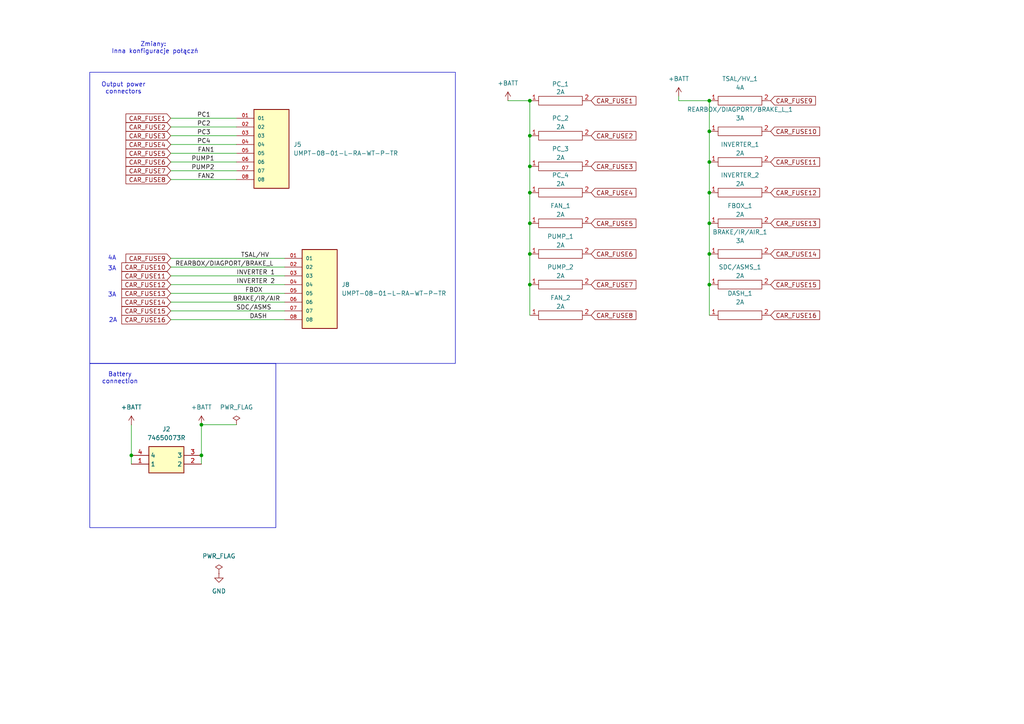
<source format=kicad_sch>
(kicad_sch (version 20250114) (generator "eeschema") (generator_version "9.0")
  (paper "A4")
  (title_block (rev "${REVISION}") (company "Author:") (comment 1 "Reviewer:"))
  (lib_symbols
    (symbol "+BATT_1" (power) (pin_numbers (hide yes)) (pin_names (offset 0) (hide yes))
      (property "Value" "+BATT" (at 0 3.556 0))
      (symbol "+BATT_1_0_1"
        (polyline (pts (xy -0.762 1.27) (xy 0 2.54)))
        (polyline (pts (xy 0 2.54) (xy 0.762 1.27)))
        (polyline (pts (xy 0 0) (xy 0 2.54)))
      )
      (symbol "+BATT_1_1_1"
        (pin power_in line (at 0 0 90) (length 0) (name "~") (number "1"))
      )
    )
    (symbol "Redcube_conn:74650073R"
      (property "Reference" "J" (at 16.51 7.62 0))
      (property "Value" "74650073R" (at 16.51 5.08 0))
      (symbol "74650073R_1_1"
        (rectangle (start 5.08 2.54) (end 15.24 -5.08) (stroke (width 0.254)) (fill (type background)))
        (pin passive line (at 0 0 0) (length 5.08) (name "4") (number "4"))
        (pin passive line (at 0 -2.54 0) (length 5.08) (name "1") (number "1"))
        (pin passive line (at 20.32 0 180) (length 5.08) (name "3") (number "3"))
        (pin passive line (at 20.32 -2.54 180) (length 5.08) (name "2") (number "2"))
      )
    )
    (symbol "UMPT-08-01-L-RA-WT-P-TR:UMPT-08-01-L-RA-WT-P-TR" (pin_names (offset 1.016))
      (property "Reference" "J" (at -5.58 12.7 0))
      (property "Value" "UMPT-08-01-L-RA-WT-P-TR" (at -5.08 -12.7 0))
      (symbol "UMPT-08-01-L-RA-WT-P-TR_0_0"
        (rectangle (start -5.08 -10.16) (end 5.08 12.7) (stroke (width 0.254)) (fill (type background)))
        (pin passive line (at -10.16 10.16 0) (length 5.08) (name "01") (number "01"))
        (pin passive line (at -10.16 7.62 0) (length 5.08) (name "02") (number "02"))
        (pin passive line (at -10.16 5.08 0) (length 5.08) (name "03") (number "03"))
        (pin passive line (at -10.16 2.54 0) (length 5.08) (name "04") (number "04"))
        (pin passive line (at -10.16 0 0) (length 5.08) (name "05") (number "05"))
        (pin passive line (at -10.16 -2.54 0) (length 5.08) (name "06") (number "06"))
        (pin passive line (at -10.16 -5.08 0) (length 5.08) (name "07") (number "07"))
        (pin passive line (at -10.16 -7.62 0) (length 5.08) (name "08") (number "08"))
      )
    )
    (symbol "dorabiane_na_oko:CAR_FUSE_CLIP_MINI_3544"
      (property "Reference" "CAR_FUSE" (at 0 1.27 0))
      (symbol "CAR_FUSE_CLIP_MINI_3544_1_1"
        (rectangle (start -6.35 2.54) (end 6.35 0))
        (pin passive line (at -8.89 1.27 0) (length 2.54) (name "") (number "2"))
        (pin passive line (at 8.89 1.27 180) (length 2.54) (name "") (number "1"))
      )
    )
    (symbol "power:+BATT" (power) (pin_names (offset 0))
      (property "Value" "+BATT" (at 0 3.556 0))
      (symbol "+BATT_0_1"
        (polyline (pts (xy -0.762 1.27) (xy 0 2.54)))
        (polyline (pts (xy 0 2.54) (xy 0.762 1.27)))
        (polyline (pts (xy 0 0) (xy 0 2.54)))
      )
      (symbol "+BATT_1_1"
        (pin power_in line (at 0 0 90) (length 0) (hide yes) (name "+BATT") (number "1"))
      )
    )
    (symbol "power:GND" (power) (pin_numbers (hide yes)) (pin_names (offset 0) (hide yes))
      (property "Value" "GND" (at 0 -3.81 0))
      (symbol "GND_0_1"
        (polyline (pts (xy 0 0) (xy 0 -1.27) (xy 1.27 -1.27) (xy 0 -2.54) (xy -1.27 -1.27) (xy 0 -1.27)))
      )
      (symbol "GND_1_1"
        (pin power_in line (at 0 0 270) (length 0) (name "~") (number "1"))
      )
    )
    (symbol "power:PWR_FLAG" (power) (pin_numbers (hide yes)) (pin_names (offset 0) (hide yes))
      (property "Value" "PWR_FLAG" (at 0 3.81 0))
      (symbol "PWR_FLAG_0_0"
        (pin power_out line (at 0 0 90) (length 0) (name "~") (number "1"))
      )
      (symbol "PWR_FLAG_0_1"
        (polyline (pts (xy 0 0) (xy 0 1.27) (xy -1.016 1.905) (xy 0 2.54) (xy 1.016 1.905) (xy 0 1.27)))
      )
    )
  )
  (rectangle (start 26.035 105.41) (end 80.01 153.035))
  (rectangle (start 26.035 20.955) (end 132.08 105.41))
  (text "Output power\nconnectors" (at 35.814 25.654 0) (effects (font (size 1.27 1.27))))
  (text "Zmiany: \nInna konfiguracje połączń" (at 44.958 13.97 0) (effects (font (size 1.27 1.27))))
  (text "3A" (at 32.512 85.598 0) (effects (font (size 1.27 1.27))))
  (text "3A\n" (at 32.512 77.978 0) (effects (font (size 1.27 1.27))))
  (text "Battery\nconnection" (at 34.798 109.728 0) (effects (font (size 1.27 1.27))))
  (text "4A" (at 32.512 74.93 0) (effects (font (size 1.27 1.27))))
  (text "2A" (at 32.766 92.964 0) (effects (font (size 1.27 1.27))))
  (junction (at 153.67 48.26))
  (junction (at 205.74 29.21))
  (junction (at 38.1 132.08))
  (junction (at 153.67 64.77))
  (junction (at 153.67 39.37))
  (junction (at 58.42 132.08))
  (junction (at 153.67 73.66))
  (junction (at 153.67 82.55))
  (junction (at 58.42 123.19))
  (junction (at 153.67 29.21))
  (junction (at 153.67 55.88))
  (junction (at 205.74 38.1))
  (junction (at 205.74 64.77))
  (junction (at 205.74 46.99))
  (junction (at 205.74 82.55))
  (junction (at 205.74 73.66))
  (junction (at 205.74 55.88))
  (wire (pts (xy 68.58 52.07) (xy 49.53 52.07)))
  (wire (pts (xy 205.74 46.99) (xy 205.74 55.88)))
  (wire (pts (xy 68.58 49.53) (xy 49.53 49.53)))
  (wire (pts (xy 49.53 80.01) (xy 82.55 80.01)))
  (wire (pts (xy 58.42 132.08) (xy 58.42 134.62)))
  (wire (pts (xy 205.74 73.66) (xy 205.74 82.55)))
  (wire (pts (xy 153.67 64.77) (xy 153.67 73.66)))
  (wire (pts (xy 205.74 64.77) (xy 205.74 73.66)))
  (wire (pts (xy 153.67 55.88) (xy 153.67 64.77)))
  (wire (pts (xy 153.67 39.37) (xy 153.67 48.26)))
  (wire (pts (xy 82.55 85.09) (xy 49.53 85.09)))
  (wire (pts (xy 38.1 132.08) (xy 38.1 134.62)))
  (wire (pts (xy 49.53 34.29) (xy 68.58 34.29)))
  (wire (pts (xy 68.58 46.99) (xy 49.53 46.99)))
  (wire (pts (xy 153.67 73.66) (xy 153.67 82.55)))
  (wire (pts (xy 196.85 29.21) (xy 205.74 29.21)))
  (wire (pts (xy 205.74 38.1) (xy 205.74 46.99)))
  (wire (pts (xy 205.74 55.88) (xy 205.74 64.77)))
  (wire (pts (xy 49.53 77.47) (xy 82.55 77.47)))
  (wire (pts (xy 49.53 82.55) (xy 82.55 82.55)))
  (wire (pts (xy 82.55 87.63) (xy 49.53 87.63)))
  (wire (pts (xy 196.85 27.94) (xy 196.85 29.21)))
  (wire (pts (xy 58.42 123.19) (xy 58.42 132.08)))
  (wire (pts (xy 153.67 29.21) (xy 153.67 39.37)))
  (wire (pts (xy 68.58 44.45) (xy 49.53 44.45)))
  (wire (pts (xy 82.55 90.17) (xy 49.53 90.17)))
  (wire (pts (xy 153.67 82.55) (xy 153.67 91.44)))
  (wire (pts (xy 49.53 36.83) (xy 68.58 36.83)))
  (wire (pts (xy 205.74 82.55) (xy 205.74 91.44)))
  (wire (pts (xy 82.55 92.71) (xy 49.53 92.71)))
  (wire (pts (xy 49.53 74.93) (xy 82.55 74.93)))
  (wire (pts (xy 38.1 123.19) (xy 38.1 132.08)))
  (wire (pts (xy 205.74 29.21) (xy 205.74 38.1)))
  (wire (pts (xy 49.53 39.37) (xy 68.58 39.37)))
  (wire (pts (xy 58.42 123.19) (xy 68.58 123.19)))
  (wire (pts (xy 49.53 41.91) (xy 68.58 41.91)))
  (wire (pts (xy 147.32 29.21) (xy 153.67 29.21)))
  (wire (pts (xy 153.67 48.26) (xy 153.67 55.88)))
  (label "INVERTER 1" (at 68.58 80.01 0))
  (label "BRAKE{slash}IR{slash}AIR" (at 81.28 87.63 180))
  (label "FAN2" (at 62.23 52.07 180))
  (label "INVERTER 2" (at 68.58 82.55 0))
  (label "PC2" (at 57.15 36.83 0))
  (label "FAN1" (at 62.23 44.45 180))
  (label "PUMP1" (at 62.23 46.99 180))
  (label "FBOX" (at 76.2 85.09 180))
  (label "REARBOX{slash}DIAGPORT{slash}BRAKE_L" (at 50.8 77.47 0))
  (label "PC1" (at 57.15 34.29 0))
  (label "PUMP2" (at 62.23 49.53 180))
  (label "PC3" (at 57.15 39.37 0))
  (label "DASH" (at 77.47 92.71 180))
  (label "TSAL{slash}HV" (at 69.85 74.93 0))
  (label "SDC{slash}ASMS" (at 78.74 90.17 180))
  (label "PC4" (at 57.15 41.91 0))
  (global_label "CAR_FUSE14" (shape input) (at 223.52 73.66 0) (property "Intersheetrefs" "${INTERSHEET_REFS}" (effects (hide yes))))
  (global_label "CAR_FUSE12" (shape input) (at 49.53 82.55 180) (property "Intersheetrefs" "${INTERSHEET_REFS}" (effects (hide yes))))
  (global_label "CAR_FUSE11" (shape input) (at 49.53 80.01 180) (property "Intersheetrefs" "${INTERSHEET_REFS}" (effects (hide yes))))
  (global_label "CAR_FUSE9" (shape input) (at 49.53 74.93 180) (property "Intersheetrefs" "${INTERSHEET_REFS}" (effects (hide yes))))
  (global_label "CAR_FUSE5" (shape input) (at 171.45 64.77 0) (property "Intersheetrefs" "${INTERSHEET_REFS}" (effects (hide yes))))
  (global_label "CAR_FUSE2" (shape input) (at 171.45 39.37 0) (property "Intersheetrefs" "${INTERSHEET_REFS}" (effects (hide yes))))
  (global_label "CAR_FUSE1" (shape input) (at 171.45 29.21 0) (property "Intersheetrefs" "${INTERSHEET_REFS}" (effects (hide yes))))
  (global_label "CAR_FUSE4" (shape input) (at 49.53 41.91 180) (property "Intersheetrefs" "${INTERSHEET_REFS}" (effects (hide yes))))
  (global_label "CAR_FUSE15" (shape input) (at 223.52 82.55 0) (property "Intersheetrefs" "${INTERSHEET_REFS}" (effects (hide yes))))
  (global_label "CAR_FUSE3" (shape input) (at 49.53 39.37 180) (property "Intersheetrefs" "${INTERSHEET_REFS}" (effects (hide yes))))
  (global_label "CAR_FUSE16" (shape input) (at 49.53 92.71 180) (property "Intersheetrefs" "${INTERSHEET_REFS}" (effects (hide yes))))
  (global_label "CAR_FUSE15" (shape input) (at 49.53 90.17 180) (property "Intersheetrefs" "${INTERSHEET_REFS}" (effects (hide yes))))
  (global_label "CAR_FUSE8" (shape input) (at 49.53 52.07 180) (property "Intersheetrefs" "${INTERSHEET_REFS}" (effects (hide yes))))
  (global_label "CAR_FUSE8" (shape input) (at 171.45 91.44 0) (property "Intersheetrefs" "${INTERSHEET_REFS}" (effects (hide yes))))
  (global_label "CAR_FUSE11" (shape input) (at 223.52 46.99 0) (property "Intersheetrefs" "${INTERSHEET_REFS}" (effects (hide yes))))
  (global_label "CAR_FUSE5" (shape input) (at 49.53 44.45 180) (property "Intersheetrefs" "${INTERSHEET_REFS}" (effects (hide yes))))
  (global_label "CAR_FUSE10" (shape input) (at 49.53 77.47 180) (property "Intersheetrefs" "${INTERSHEET_REFS}" (effects (hide yes))))
  (global_label "CAR_FUSE3" (shape input) (at 171.45 48.26 0) (property "Intersheetrefs" "${INTERSHEET_REFS}" (effects (hide yes))))
  (global_label "CAR_FUSE14" (shape input) (at 49.53 87.63 180) (property "Intersheetrefs" "${INTERSHEET_REFS}" (effects (hide yes))))
  (global_label "CAR_FUSE13" (shape input) (at 49.53 85.09 180) (property "Intersheetrefs" "${INTERSHEET_REFS}" (effects (hide yes))))
  (global_label "CAR_FUSE16" (shape input) (at 223.52 91.44 0) (property "Intersheetrefs" "${INTERSHEET_REFS}" (effects (hide yes))))
  (global_label "CAR_FUSE2" (shape input) (at 49.53 36.83 180) (property "Intersheetrefs" "${INTERSHEET_REFS}" (effects (hide yes))))
  (global_label "CAR_FUSE6" (shape input) (at 49.53 46.99 180) (property "Intersheetrefs" "${INTERSHEET_REFS}" (effects (hide yes))))
  (global_label "CAR_FUSE7" (shape input) (at 49.53 49.53 180) (property "Intersheetrefs" "${INTERSHEET_REFS}" (effects (hide yes))))
  (global_label "CAR_FUSE12" (shape input) (at 223.52 55.88 0) (property "Intersheetrefs" "${INTERSHEET_REFS}" (effects (hide yes))))
  (global_label "CAR_FUSE10" (shape input) (at 223.52 38.1 0) (property "Intersheetrefs" "${INTERSHEET_REFS}" (effects (hide yes))))
  (global_label "CAR_FUSE1" (shape input) (at 49.53 34.29 180) (property "Intersheetrefs" "${INTERSHEET_REFS}" (effects (hide yes))))
  (global_label "CAR_FUSE13" (shape input) (at 223.52 64.77 0) (property "Intersheetrefs" "${INTERSHEET_REFS}" (effects (hide yes))))
  (global_label "CAR_FUSE4" (shape input) (at 171.45 55.88 0) (property "Intersheetrefs" "${INTERSHEET_REFS}" (effects (hide yes))))
  (global_label "CAR_FUSE9" (shape input) (at 223.52 29.21 0) (property "Intersheetrefs" "${INTERSHEET_REFS}" (effects (hide yes))))
  (global_label "CAR_FUSE6" (shape input) (at 171.45 73.66 0) (property "Intersheetrefs" "${INTERSHEET_REFS}" (effects (hide yes))))
  (global_label "CAR_FUSE7" (shape input) (at 171.45 82.55 0) (property "Intersheetrefs" "${INTERSHEET_REFS}" (effects (hide yes))))
  (symbol (lib_id "dorabiane_na_oko:CAR_FUSE_CLIP_MINI_3544") (at 214.63 27.94 180) (unit 1)
    (property "Reference" "TSAL/HV_1" (at 214.63 22.86 0))
    (property "Value" "4A" (at 214.63 25.4 0))
    (property "Footprint" "Dorabiane_na_oko:CAR_FUSE_CLIPS_MINI_3544" (effects (hide yes)))
    (property "Datasheet" "https://www.mouser.pl/datasheet/2/215/3544-742041.pdf" (effects (hide yes)))
  )
  (symbol (lib_id "dorabiane_na_oko:CAR_FUSE_CLIP_MINI_3544") (at 162.56 63.5 180) (unit 1)
    (property "Reference" "FAN_1" (at 162.56 59.69 0))
    (property "Value" "2A" (at 162.56 62.23 0))
    (property "Footprint" "Dorabiane_na_oko:CAR_FUSE_CLIPS_MINI_3544" (effects (hide yes)))
    (property "Datasheet" "https://www.mouser.pl/datasheet/2/215/3544-742041.pdf" (effects (hide yes)))
  )
  (symbol (lib_id "dorabiane_na_oko:CAR_FUSE_CLIP_MINI_3544") (at 162.56 46.99 180) (unit 1)
    (property "Reference" "PC_3" (at 162.56 43.18 0))
    (property "Value" "2A" (at 162.56 45.72 0))
    (property "Footprint" "Dorabiane_na_oko:CAR_FUSE_CLIPS_MINI_3544" (effects (hide yes)))
    (property "Datasheet" "https://www.mouser.pl/datasheet/2/215/3544-742041.pdf" (effects (hide yes)))
  )
  (symbol (lib_id "dorabiane_na_oko:CAR_FUSE_CLIP_MINI_3544") (at 214.63 54.61 180) (unit 1)
    (property "Reference" "INVERTER_2" (at 214.63 50.8 0))
    (property "Value" "2A" (at 214.63 53.34 0))
    (property "Footprint" "Dorabiane_na_oko:CAR_FUSE_CLIPS_MINI_3544" (effects (hide yes)))
    (property "Datasheet" "https://www.mouser.pl/datasheet/2/215/3544-742041.pdf" (effects (hide yes)))
  )
  (symbol (lib_id "power:+BATT") (at 147.32 29.21 0) (unit 1)
    (property "Reference" "#PWR020" (effects (hide yes)))
    (property "Value" "+BATT" (at 147.32 24.13 0))
  )
  (symbol (lib_id "power:GND") (at 63.5 166.37 0) (unit 1)
    (property "Reference" "#PWR019" (effects (hide yes)))
    (property "Value" "GND" (at 63.5 171.45 0))
    (property "Description" "Power symbol creates a global label with name \"GND\" , ground" (effects (hide yes)))
  )
  (symbol (lib_id "dorabiane_na_oko:CAR_FUSE_CLIP_MINI_3544") (at 162.56 81.28 180) (unit 1)
    (property "Reference" "PUMP_2" (at 162.56 77.47 0))
    (property "Value" "2A" (at 162.56 80.01 0))
    (property "Footprint" "Dorabiane_na_oko:CAR_FUSE_CLIPS_MINI_3544" (effects (hide yes)))
    (property "Datasheet" "https://www.mouser.pl/datasheet/2/215/3544-742041.pdf" (effects (hide yes)))
  )
  (symbol (lib_id "dorabiane_na_oko:CAR_FUSE_CLIP_MINI_3544") (at 162.56 27.94 180) (unit 1)
    (property "Reference" "PC_1" (at 162.56 24.384 0))
    (property "Value" "2A" (at 162.56 26.67 0))
    (property "Footprint" "Dorabiane_na_oko:CAR_FUSE_CLIPS_MINI_3544" (effects (hide yes)))
    (property "Datasheet" "https://www.mouser.pl/datasheet/2/215/3544-742041.pdf" (effects (hide yes)))
  )
  (symbol (lib_id "dorabiane_na_oko:CAR_FUSE_CLIP_MINI_3544") (at 162.56 90.17 180) (unit 1)
    (property "Reference" "FAN_2" (at 162.56 86.36 0))
    (property "Value" "2A" (at 162.56 88.9 0))
    (property "Footprint" "Dorabiane_na_oko:CAR_FUSE_CLIPS_MINI_3544" (effects (hide yes)))
    (property "Datasheet" "https://www.mouser.pl/datasheet/2/215/3544-742041.pdf" (effects (hide yes)))
  )
  (symbol (lib_id "dorabiane_na_oko:CAR_FUSE_CLIP_MINI_3544") (at 162.56 54.61 180) (unit 1)
    (property "Reference" "PC_4" (at 162.56 50.8 0))
    (property "Value" "2A" (at 162.56 53.34 0))
    (property "Footprint" "Dorabiane_na_oko:CAR_FUSE_CLIPS_MINI_3544" (effects (hide yes)))
    (property "Datasheet" "https://www.mouser.pl/datasheet/2/215/3544-742041.pdf" (effects (hide yes)))
  )
  (symbol (lib_id "dorabiane_na_oko:CAR_FUSE_CLIP_MINI_3544") (at 214.63 81.28 180) (unit 1)
    (property "Reference" "SDC/ASMS_1" (at 214.63 77.47 0))
    (property "Value" "2A" (at 214.63 80.01 0))
    (property "Footprint" "Dorabiane_na_oko:CAR_FUSE_CLIPS_MINI_3544" (effects (hide yes)))
    (property "Datasheet" "https://www.mouser.pl/datasheet/2/215/3544-742041.pdf" (effects (hide yes)))
  )
  (symbol (lib_id "dorabiane_na_oko:CAR_FUSE_CLIP_MINI_3544") (at 214.63 45.72 180) (unit 1)
    (property "Reference" "INVERTER_1" (at 214.63 41.91 0))
    (property "Value" "2A" (at 214.63 44.45 0))
    (property "Footprint" "Dorabiane_na_oko:CAR_FUSE_CLIPS_MINI_3544" (effects (hide yes)))
    (property "Datasheet" "https://www.mouser.pl/datasheet/2/215/3544-742041.pdf" (effects (hide yes)))
  )
  (symbol (lib_id "Redcube_conn:74650073R") (at 38.1 132.08 0) (unit 1)
    (property "Reference" "J2" (at 48.26 124.46 0))
    (property "Value" "74650073R" (at 48.26 127 0))
    (property "Footprint" "Redcube conn:74650073R" (effects (hide yes)))
    (property "Datasheet" "https://componentsearchengine.com/Datasheets/1/74650073R.pdf" (effects (hide yes)))
    (property "Description" "Wurth Elektronik REDCUBE 4 Pin Power Element, 50A, M3, Vertical" (effects (hide yes)))
    (property "Height" "3" (effects (hide yes)))
    (property "Mouser Part Number" "710-74650073R" (effects (hide yes)))
    (property "Mouser Price/Stock" "https://www.mouser.co.uk/ProductDetail/Wurth-Elektronik/74650073R?qs=lBTPRtX1sU%252B0nZldejGWIA%3D%3D" (effects (hide yes)))
    (property "Manufacturer_Name" "Wurth Elektronik" (effects (hide yes)))
    (property "Manufacturer_Part_Number" "74650073R" (effects (hide yes)))
    (property "Mouser Url" "https://eu.mouser.com/ProductDetail/Wurth-Elektronik/74650073R?qs=lBTPRtX1sU%252B0nZldejGWIA%3D%3D&utm_id=9882661914&utm_source=google&utm_medium=cpc&utm_marketing_tactic=emeacorp&gad_source=1&gad_campaignid=9882661914&gbraid=0AAAAADn_wf3yOTP-ILKck8vTKId-fiFZw&gclid=Cj0KCQjwxdXBBhDEARIsAAUkP6igTV2EftkfIGQCNIFK7KVHxOQfsFuXjnYI9DMZWMIg9WeSBPZjWFIaAotmEALw_wcB" (effects (hide yes)))
  )
  (symbol (lib_id "dorabiane_na_oko:CAR_FUSE_CLIP_MINI_3544") (at 214.63 72.39 180) (unit 1)
    (property "Reference" "BRAKE/IR/AIR_1" (at 214.63 67.31 0))
    (property "Value" "3A" (at 214.63 69.85 0))
    (property "Footprint" "Dorabiane_na_oko:CAR_FUSE_CLIPS_MINI_3544" (effects (hide yes)))
    (property "Datasheet" "https://www.mouser.pl/datasheet/2/215/3544-742041.pdf" (effects (hide yes)))
  )
  (symbol (lib_id "dorabiane_na_oko:CAR_FUSE_CLIP_MINI_3544") (at 214.63 36.83 180) (unit 1)
    (property "Reference" "REARBOX/DIAGPORT/BRAKE_L_1" (at 214.63 31.75 0))
    (property "Value" "3A" (at 214.63 34.29 0))
    (property "Footprint" "Dorabiane_na_oko:CAR_FUSE_CLIPS_MINI_3544" (effects (hide yes)))
    (property "Datasheet" "https://www.mouser.pl/datasheet/2/215/3544-742041.pdf" (effects (hide yes)))
  )
  (symbol (lib_id "power:+BATT") (at 58.42 123.19 0) (unit 1)
    (property "Reference" "#PWR018" (effects (hide yes)))
    (property "Value" "+BATT" (at 58.42 118.11 0))
  )
  (symbol (lib_id "UMPT-08-01-L-RA-WT-P-TR:UMPT-08-01-L-RA-WT-P-TR") (at 78.74 44.45 0) (unit 1)
    (property "Reference" "J5" (at 85.09 41.9099 0) (effects (justify left)))
    (property "Value" "UMPT-08-01-L-RA-WT-P-TR" (at 85.09 44.4499 0) (effects (justify left)))
    (property "Footprint" "UMPT-08-01-L-RA-WT-P-TR:SAMTEC_UMPT-08-01-L-RA-WT-P-TR" (effects (hide yes)))
    (property "MANUFACTURER" "SAMTEC" (effects (hide yes)))
  )
  (symbol (lib_id "power:+BATT") (at 196.85 27.94 0) (unit 1)
    (property "Reference" "#PWR021" (effects (hide yes)))
    (property "Value" "+BATT" (at 196.85 22.86 0))
  )
  (symbol (lib_id "power:PWR_FLAG") (at 63.5 166.37 0) (unit 1)
    (property "Reference" "#FLG02" (effects (hide yes)))
    (property "Value" "PWR_FLAG" (at 63.5 161.29 0))
    (property "Description" "Special symbol for telling ERC where power comes from" (effects (hide yes)))
  )
  (symbol (lib_id "UMPT-08-01-L-RA-WT-P-TR:UMPT-08-01-L-RA-WT-P-TR") (at 92.71 85.09 0) (unit 1)
    (property "Reference" "J8" (at 99.06 82.5499 0) (effects (justify left)))
    (property "Value" "UMPT-08-01-L-RA-WT-P-TR" (at 99.06 85.0899 0) (effects (justify left)))
    (property "Footprint" "UMPT-08-01-L-RA-WT-P-TR:SAMTEC_UMPT-08-01-L-RA-WT-P-TR" (effects (hide yes)))
    (property "MANUFACTURER" "SAMTEC" (effects (hide yes)))
  )
  (symbol (lib_id "dorabiane_na_oko:CAR_FUSE_CLIP_MINI_3544") (at 214.63 63.5 180) (unit 1)
    (property "Reference" "FBOX_1" (at 214.63 59.69 0))
    (property "Value" "2A" (at 214.63 62.23 0))
    (property "Footprint" "Dorabiane_na_oko:CAR_FUSE_CLIPS_MINI_3544" (effects (hide yes)))
    (property "Datasheet" "https://www.mouser.pl/datasheet/2/215/3544-742041.pdf" (effects (hide yes)))
  )
  (symbol (lib_id "dorabiane_na_oko:CAR_FUSE_CLIP_MINI_3544") (at 162.56 38.1 180) (unit 1)
    (property "Reference" "PC_2" (at 162.56 34.29 0))
    (property "Value" "2A" (at 162.56 36.83 0))
    (property "Footprint" "Dorabiane_na_oko:CAR_FUSE_CLIPS_MINI_3544" (effects (hide yes)))
    (property "Datasheet" "https://www.mouser.pl/datasheet/2/215/3544-742041.pdf" (effects (hide yes)))
  )
  (symbol (lib_id "dorabiane_na_oko:CAR_FUSE_CLIP_MINI_3544") (at 162.56 72.39 180) (unit 1)
    (property "Reference" "PUMP_1" (at 162.56 68.58 0))
    (property "Value" "2A" (at 162.56 71.12 0))
    (property "Footprint" "Dorabiane_na_oko:CAR_FUSE_CLIPS_MINI_3544" (effects (hide yes)))
    (property "Datasheet" "https://www.mouser.pl/datasheet/2/215/3544-742041.pdf" (effects (hide yes)))
  )
  (symbol (lib_id "power:PWR_FLAG") (at 68.58 123.19 0) (unit 1)
    (property "Reference" "#FLG01" (effects (hide yes)))
    (property "Value" "PWR_FLAG" (at 68.58 118.11 0))
    (property "Description" "Special symbol for telling ERC where power comes from" (effects (hide yes)))
  )
  (symbol (lib_name "+BATT_1") (lib_id "power:+BATT") (at 38.1 123.19 0) (unit 1)
    (property "Reference" "#PWR017" (effects (hide yes)))
    (property "Value" "+BATT" (at 38.1 118.11 0))
    (property "Description" "Power symbol creates a global label with name \"+BATT\"" (effects (hide yes)))
  )
  (symbol (lib_id "dorabiane_na_oko:CAR_FUSE_CLIP_MINI_3544") (at 214.63 90.17 180) (unit 1)
    (property "Reference" "DASH_1" (at 214.63 85.09 0))
    (property "Value" "2A" (at 214.63 87.63 0))
    (property "Footprint" "Dorabiane_na_oko:CAR_FUSE_CLIPS_MINI_3544" (effects (hide yes)))
    (property "Datasheet" "https://www.mouser.pl/datasheet/2/215/3544-742041.pdf" (effects (hide yes)))
  )
)
</source>
